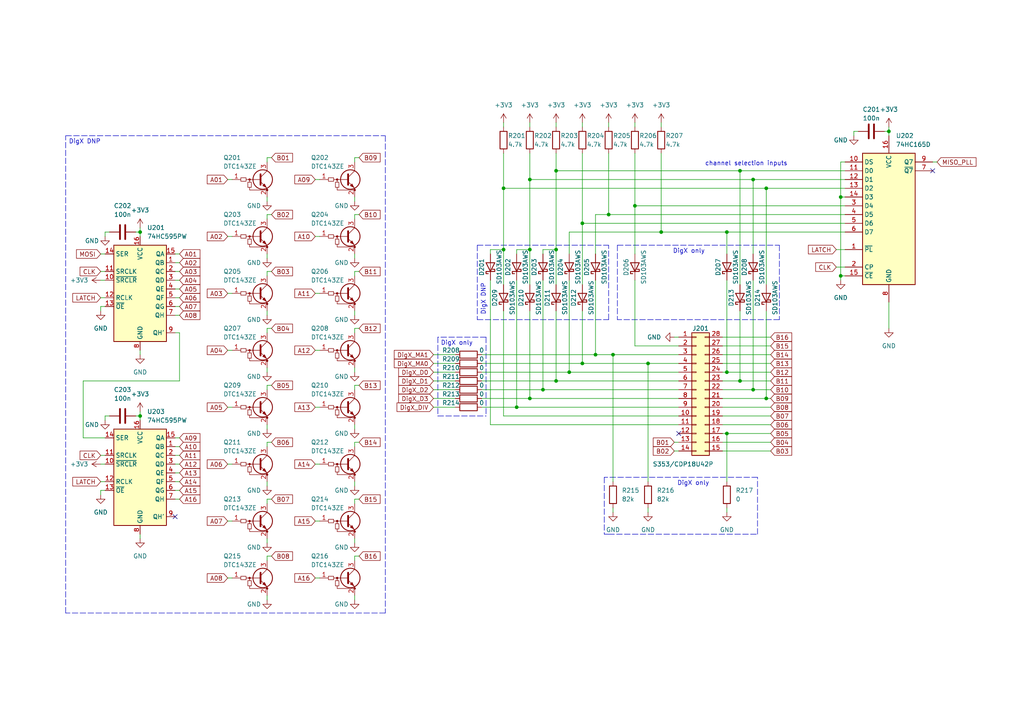
<source format=kicad_sch>
(kicad_sch (version 20211123) (generator eeschema)
  (paper "A4")
  (title_block (title "Bosch KF163 control") (date "2022-01-21") (rev "1") (company "Robin Olejnik") (comment 2 "License: MIT") (comment 3 "www.robinolejnik.com") (comment 4 "https://github.com/robinolejnik/bosch-kf163-control"))
  (junction (at 146.05 72.39))
  (junction (at 153.67 115.57))
  (junction (at 153.67 52.07))
  (junction (at 222.25 54.61))
  (junction (at 161.29 49.53))
  (junction (at 172.72 102.87))
  (junction (at 187.96 105.41))
  (junction (at 210.82 125.73))
  (junction (at 243.84 57.15))
  (junction (at 243.84 80.01))
  (junction (at 214.63 49.53))
  (junction (at 184.15 59.69))
  (junction (at 222.25 115.57))
  (junction (at 149.86 118.11))
  (junction (at 214.63 110.49))
  (junction (at 153.67 72.39))
  (junction (at 161.29 110.49))
  (junction (at 40.64 67.31))
  (junction (at 218.44 113.03))
  (junction (at 176.53 62.23))
  (junction (at 146.05 54.61))
  (junction (at 210.82 67.31))
  (junction (at 40.64 120.65))
  (junction (at 157.48 113.03))
  (junction (at 191.77 67.31))
  (junction (at 168.91 64.77))
  (junction (at 168.91 105.41))
  (junction (at 210.82 107.95))
  (junction (at 257.81 38.1))
  (junction (at 161.29 72.39))
  (junction (at 165.1 107.95))
  (junction (at 218.44 52.07))
  (junction (at 177.8 102.87))
  (no_connect (at 50.8 149.86))
  (no_connect (at 270.51 49.53))
  (no_connect (at 196.85 125.73))
  (wire (pts (xy 214.63 110.49) (xy 223.52 110.49)))
  (wire (pts (xy 222.25 115.57) (xy 222.25 90.17)))
  (wire (pts (xy 77.47 172.72) (xy 77.47 173.99)))
  (polyline (pts (xy 138.43 92.71) (xy 176.53 92.71)))
  (wire (pts (xy 31.75 120.65) (xy 30.48 120.65)))
  (wire (pts (xy 184.15 59.69) (xy 184.15 73.66)))
  (wire (pts (xy 139.7 102.87) (xy 172.72 102.87)))
  (polyline (pts (xy 219.71 154.94) (xy 219.71 138.43)))
  (wire (pts (xy 66.04 101.6) (xy 67.31 101.6)))
  (wire (pts (xy 256.54 38.1) (xy 257.81 38.1)))
  (wire (pts (xy 153.67 90.17) (xy 153.67 115.57)))
  (wire (pts (xy 176.53 35.56) (xy 176.53 36.83)))
  (wire (pts (xy 52.07 134.62) (xy 50.8 134.62)))
  (polyline (pts (xy 140.97 97.79) (xy 127 97.79)))
  (wire (pts (xy 146.05 54.61) (xy 146.05 72.39)))
  (polyline (pts (xy 175.26 138.43) (xy 175.26 154.94)))
  (polyline (pts (xy 19.05 177.8) (xy 19.05 39.37)))
  (wire (pts (xy 102.87 73.66) (xy 102.87 74.93)))
  (wire (pts (xy 168.91 105.41) (xy 187.96 105.41)))
  (wire (pts (xy 77.47 73.66) (xy 77.47 74.93)))
  (wire (pts (xy 125.73 110.49) (xy 132.08 110.49)))
  (wire (pts (xy 52.07 142.24) (xy 50.8 142.24)))
  (wire (pts (xy 102.87 172.72) (xy 102.87 173.99)))
  (wire (pts (xy 222.25 54.61) (xy 222.25 82.55)))
  (wire (pts (xy 222.25 54.61) (xy 245.11 54.61)))
  (wire (pts (xy 31.75 67.31) (xy 30.48 67.31)))
  (wire (pts (xy 157.48 73.66) (xy 157.48 72.39)))
  (wire (pts (xy 52.07 78.74) (xy 50.8 78.74)))
  (wire (pts (xy 161.29 72.39) (xy 161.29 82.55)))
  (wire (pts (xy 91.44 167.64) (xy 92.71 167.64)))
  (wire (pts (xy 40.64 101.6) (xy 40.64 102.87)))
  (wire (pts (xy 139.7 105.41) (xy 168.91 105.41)))
  (wire (pts (xy 66.04 52.07) (xy 67.31 52.07)))
  (wire (pts (xy 77.47 139.7) (xy 77.47 140.97)))
  (wire (pts (xy 52.07 132.08) (xy 50.8 132.08)))
  (wire (pts (xy 165.1 81.28) (xy 165.1 107.95)))
  (wire (pts (xy 77.47 144.78) (xy 77.47 146.05)))
  (polyline (pts (xy 176.53 92.71) (xy 176.53 71.12)))
  (wire (pts (xy 29.21 81.28) (xy 30.48 81.28)))
  (wire (pts (xy 209.55 105.41) (xy 223.52 105.41)))
  (wire (pts (xy 77.47 95.25) (xy 77.47 96.52)))
  (wire (pts (xy 52.07 91.44) (xy 50.8 91.44)))
  (polyline (pts (xy 179.07 71.12) (xy 226.06 71.12)))
  (wire (pts (xy 29.21 88.9) (xy 30.48 88.9)))
  (wire (pts (xy 161.29 110.49) (xy 196.85 110.49)))
  (wire (pts (xy 195.58 128.27) (xy 196.85 128.27)))
  (wire (pts (xy 29.21 78.74) (xy 30.48 78.74)))
  (wire (pts (xy 40.64 66.04) (xy 40.64 67.31)))
  (wire (pts (xy 157.48 113.03) (xy 196.85 113.03)))
  (wire (pts (xy 161.29 35.56) (xy 161.29 36.83)))
  (wire (pts (xy 209.55 100.33) (xy 223.52 100.33)))
  (wire (pts (xy 245.11 80.01) (xy 243.84 80.01)))
  (wire (pts (xy 172.72 62.23) (xy 172.72 73.66)))
  (wire (pts (xy 78.74 95.25) (xy 77.47 95.25)))
  (wire (pts (xy 24.13 127) (xy 24.13 110.49)))
  (wire (pts (xy 242.57 77.47) (xy 245.11 77.47)))
  (wire (pts (xy 142.24 72.39) (xy 142.24 73.66)))
  (wire (pts (xy 104.14 78.74) (xy 102.87 78.74)))
  (wire (pts (xy 210.82 147.32) (xy 210.82 148.59)))
  (wire (pts (xy 77.47 111.76) (xy 77.47 113.03)))
  (wire (pts (xy 78.74 128.27) (xy 77.47 128.27)))
  (wire (pts (xy 104.14 128.27) (xy 102.87 128.27)))
  (wire (pts (xy 29.21 142.24) (xy 29.21 143.51)))
  (wire (pts (xy 102.87 106.68) (xy 102.87 107.95)))
  (wire (pts (xy 30.48 67.31) (xy 30.48 68.58)))
  (wire (pts (xy 153.67 52.07) (xy 153.67 72.39)))
  (wire (pts (xy 161.29 90.17) (xy 161.29 110.49)))
  (wire (pts (xy 102.87 123.19) (xy 102.87 124.46)))
  (polyline (pts (xy 179.07 71.12) (xy 179.07 92.71)))
  (wire (pts (xy 243.84 80.01) (xy 243.84 81.28)))
  (wire (pts (xy 243.84 46.99) (xy 245.11 46.99)))
  (wire (pts (xy 125.73 113.03) (xy 132.08 113.03)))
  (wire (pts (xy 243.84 57.15) (xy 245.11 57.15)))
  (wire (pts (xy 77.47 128.27) (xy 77.47 129.54)))
  (wire (pts (xy 168.91 35.56) (xy 168.91 36.83)))
  (wire (pts (xy 77.47 62.23) (xy 77.47 63.5)))
  (wire (pts (xy 172.72 62.23) (xy 176.53 62.23)))
  (wire (pts (xy 102.87 95.25) (xy 102.87 96.52)))
  (polyline (pts (xy 111.76 39.37) (xy 111.76 177.8)))
  (wire (pts (xy 91.44 118.11) (xy 92.71 118.11)))
  (wire (pts (xy 176.53 62.23) (xy 245.11 62.23)))
  (wire (pts (xy 29.21 139.7) (xy 30.48 139.7)))
  (wire (pts (xy 248.92 38.1) (xy 247.65 38.1)))
  (wire (pts (xy 91.44 68.58) (xy 92.71 68.58)))
  (wire (pts (xy 161.29 44.45) (xy 161.29 49.53)))
  (wire (pts (xy 52.07 144.78) (xy 50.8 144.78)))
  (wire (pts (xy 210.82 125.73) (xy 210.82 139.7)))
  (wire (pts (xy 146.05 120.65) (xy 196.85 120.65)))
  (wire (pts (xy 218.44 52.07) (xy 245.11 52.07)))
  (wire (pts (xy 66.04 118.11) (xy 67.31 118.11)))
  (wire (pts (xy 218.44 113.03) (xy 223.52 113.03)))
  (wire (pts (xy 24.13 110.49) (xy 52.07 110.49)))
  (wire (pts (xy 176.53 44.45) (xy 176.53 62.23)))
  (wire (pts (xy 153.67 52.07) (xy 218.44 52.07)))
  (wire (pts (xy 146.05 90.17) (xy 146.05 120.65)))
  (wire (pts (xy 139.7 110.49) (xy 161.29 110.49)))
  (wire (pts (xy 210.82 107.95) (xy 223.52 107.95)))
  (wire (pts (xy 52.07 73.66) (xy 50.8 73.66)))
  (wire (pts (xy 77.47 90.17) (xy 77.47 91.44)))
  (polyline (pts (xy 138.43 71.12) (xy 138.43 92.71)))
  (wire (pts (xy 168.91 64.77) (xy 245.11 64.77)))
  (wire (pts (xy 184.15 59.69) (xy 245.11 59.69)))
  (wire (pts (xy 187.96 147.32) (xy 187.96 148.59)))
  (wire (pts (xy 257.81 36.83) (xy 257.81 38.1)))
  (wire (pts (xy 52.07 81.28) (xy 50.8 81.28)))
  (wire (pts (xy 209.55 113.03) (xy 218.44 113.03)))
  (wire (pts (xy 209.55 125.73) (xy 210.82 125.73)))
  (wire (pts (xy 104.14 95.25) (xy 102.87 95.25)))
  (wire (pts (xy 195.58 130.81) (xy 196.85 130.81)))
  (wire (pts (xy 210.82 125.73) (xy 223.52 125.73)))
  (wire (pts (xy 52.07 139.7) (xy 50.8 139.7)))
  (wire (pts (xy 214.63 110.49) (xy 214.63 90.17)))
  (wire (pts (xy 102.87 139.7) (xy 102.87 140.97)))
  (wire (pts (xy 153.67 115.57) (xy 196.85 115.57)))
  (wire (pts (xy 50.8 96.52) (xy 52.07 96.52)))
  (wire (pts (xy 139.7 113.03) (xy 157.48 113.03)))
  (wire (pts (xy 172.72 102.87) (xy 172.72 81.28)))
  (wire (pts (xy 66.04 68.58) (xy 67.31 68.58)))
  (wire (pts (xy 139.7 115.57) (xy 153.67 115.57)))
  (wire (pts (xy 165.1 67.31) (xy 165.1 73.66)))
  (polyline (pts (xy 127 97.79) (xy 127 120.65)))
  (wire (pts (xy 29.21 134.62) (xy 30.48 134.62)))
  (wire (pts (xy 52.07 96.52) (xy 52.07 110.49)))
  (wire (pts (xy 40.64 120.65) (xy 40.64 121.92)))
  (wire (pts (xy 191.77 44.45) (xy 191.77 67.31)))
  (wire (pts (xy 165.1 67.31) (xy 191.77 67.31)))
  (wire (pts (xy 146.05 72.39) (xy 142.24 72.39)))
  (wire (pts (xy 52.07 129.54) (xy 50.8 129.54)))
  (wire (pts (xy 209.55 110.49) (xy 214.63 110.49)))
  (wire (pts (xy 24.13 127) (xy 30.48 127)))
  (wire (pts (xy 125.73 102.87) (xy 132.08 102.87)))
  (wire (pts (xy 165.1 107.95) (xy 196.85 107.95)))
  (wire (pts (xy 104.14 62.23) (xy 102.87 62.23)))
  (wire (pts (xy 195.58 97.79) (xy 196.85 97.79)))
  (wire (pts (xy 91.44 101.6) (xy 92.71 101.6)))
  (wire (pts (xy 91.44 134.62) (xy 92.71 134.62)))
  (wire (pts (xy 77.47 78.74) (xy 77.47 80.01)))
  (polyline (pts (xy 138.43 71.12) (xy 176.53 71.12)))
  (wire (pts (xy 210.82 67.31) (xy 210.82 73.66)))
  (wire (pts (xy 187.96 105.41) (xy 196.85 105.41)))
  (wire (pts (xy 102.87 161.29) (xy 102.87 162.56)))
  (wire (pts (xy 52.07 76.2) (xy 50.8 76.2)))
  (wire (pts (xy 91.44 52.07) (xy 92.71 52.07)))
  (wire (pts (xy 271.78 46.99) (xy 270.51 46.99)))
  (wire (pts (xy 77.47 123.19) (xy 77.47 124.46)))
  (polyline (pts (xy 226.06 92.71) (xy 179.07 92.71)))
  (polyline (pts (xy 226.06 71.12) (xy 226.06 92.71)))
  (wire (pts (xy 52.07 83.82) (xy 50.8 83.82)))
  (wire (pts (xy 77.47 45.72) (xy 77.47 46.99)))
  (wire (pts (xy 177.8 102.87) (xy 196.85 102.87)))
  (wire (pts (xy 66.04 134.62) (xy 67.31 134.62)))
  (wire (pts (xy 149.86 72.39) (xy 153.67 72.39)))
  (wire (pts (xy 77.47 156.21) (xy 77.47 157.48)))
  (wire (pts (xy 172.72 102.87) (xy 177.8 102.87)))
  (polyline (pts (xy 175.26 154.94) (xy 176.53 154.94)))
  (wire (pts (xy 209.55 123.19) (xy 223.52 123.19)))
  (wire (pts (xy 209.55 130.81) (xy 223.52 130.81)))
  (polyline (pts (xy 140.97 97.79) (xy 140.97 120.65)))
  (polyline (pts (xy 111.76 177.8) (xy 19.05 177.8)))
  (wire (pts (xy 29.21 88.9) (xy 29.21 90.17)))
  (wire (pts (xy 242.57 72.39) (xy 245.11 72.39)))
  (wire (pts (xy 187.96 105.41) (xy 187.96 139.7)))
  (wire (pts (xy 142.24 123.19) (xy 142.24 81.28)))
  (wire (pts (xy 78.74 144.78) (xy 77.47 144.78)))
  (wire (pts (xy 102.87 144.78) (xy 102.87 146.05)))
  (wire (pts (xy 214.63 49.53) (xy 245.11 49.53)))
  (wire (pts (xy 40.64 154.94) (xy 40.64 156.21)))
  (wire (pts (xy 161.29 49.53) (xy 214.63 49.53)))
  (wire (pts (xy 184.15 35.56) (xy 184.15 36.83)))
  (wire (pts (xy 77.47 106.68) (xy 77.47 107.95)))
  (wire (pts (xy 257.81 38.1) (xy 257.81 39.37)))
  (wire (pts (xy 29.21 86.36) (xy 30.48 86.36)))
  (wire (pts (xy 184.15 44.45) (xy 184.15 59.69)))
  (wire (pts (xy 184.15 100.33) (xy 184.15 81.28)))
  (wire (pts (xy 125.73 115.57) (xy 132.08 115.57)))
  (wire (pts (xy 149.86 73.66) (xy 149.86 72.39)))
  (wire (pts (xy 146.05 35.56) (xy 146.05 36.83)))
  (wire (pts (xy 125.73 118.11) (xy 132.08 118.11)))
  (wire (pts (xy 218.44 52.07) (xy 218.44 73.66)))
  (wire (pts (xy 243.84 57.15) (xy 243.84 80.01)))
  (wire (pts (xy 146.05 82.55) (xy 146.05 72.39)))
  (wire (pts (xy 102.87 45.72) (xy 102.87 46.99)))
  (wire (pts (xy 78.74 111.76) (xy 77.47 111.76)))
  (wire (pts (xy 52.07 137.16) (xy 50.8 137.16)))
  (wire (pts (xy 157.48 81.28) (xy 157.48 113.03)))
  (wire (pts (xy 40.64 119.38) (xy 40.64 120.65)))
  (wire (pts (xy 222.25 115.57) (xy 223.52 115.57)))
  (wire (pts (xy 191.77 35.56) (xy 191.77 36.83)))
  (wire (pts (xy 210.82 67.31) (xy 245.11 67.31)))
  (wire (pts (xy 39.37 67.31) (xy 40.64 67.31)))
  (wire (pts (xy 210.82 107.95) (xy 210.82 81.28)))
  (wire (pts (xy 66.04 151.13) (xy 67.31 151.13)))
  (wire (pts (xy 209.55 115.57) (xy 222.25 115.57)))
  (wire (pts (xy 29.21 132.08) (xy 30.48 132.08)))
  (wire (pts (xy 52.07 127) (xy 50.8 127)))
  (wire (pts (xy 125.73 105.41) (xy 132.08 105.41)))
  (polyline (pts (xy 127 120.65) (xy 140.97 120.65)))
  (wire (pts (xy 168.91 44.45) (xy 168.91 64.77)))
  (wire (pts (xy 153.67 35.56) (xy 153.67 36.83)))
  (wire (pts (xy 91.44 85.09) (xy 92.71 85.09)))
  (wire (pts (xy 29.21 142.24) (xy 30.48 142.24)))
  (polyline (pts (xy 176.53 154.94) (xy 219.71 154.94)))
  (polyline (pts (xy 19.05 39.37) (xy 111.76 39.37)))
  (polyline (pts (xy 219.71 138.43) (xy 175.26 138.43)))
  (wire (pts (xy 149.86 81.28) (xy 149.86 118.11)))
  (wire (pts (xy 29.21 73.66) (xy 30.48 73.66)))
  (wire (pts (xy 78.74 78.74) (xy 77.47 78.74)))
  (wire (pts (xy 77.47 57.15) (xy 77.47 58.42)))
  (wire (pts (xy 40.64 67.31) (xy 40.64 68.58)))
  (wire (pts (xy 191.77 67.31) (xy 210.82 67.31)))
  (wire (pts (xy 102.87 62.23) (xy 102.87 63.5)))
  (wire (pts (xy 102.87 128.27) (xy 102.87 129.54)))
  (wire (pts (xy 125.73 107.95) (xy 132.08 107.95)))
  (wire (pts (xy 146.05 44.45) (xy 146.05 54.61)))
  (wire (pts (xy 104.14 45.72) (xy 102.87 45.72)))
  (wire (pts (xy 139.7 107.95) (xy 165.1 107.95)))
  (wire (pts (xy 104.14 161.29) (xy 102.87 161.29)))
  (wire (pts (xy 78.74 45.72) (xy 77.47 45.72)))
  (wire (pts (xy 102.87 57.15) (xy 102.87 58.42)))
  (wire (pts (xy 153.67 44.45) (xy 153.67 52.07)))
  (wire (pts (xy 78.74 161.29) (xy 77.47 161.29)))
  (wire (pts (xy 257.81 95.25) (xy 257.81 87.63)))
  (wire (pts (xy 102.87 78.74) (xy 102.87 80.01)))
  (wire (pts (xy 157.48 72.39) (xy 161.29 72.39)))
  (wire (pts (xy 214.63 49.53) (xy 214.63 82.55)))
  (wire (pts (xy 168.91 90.17) (xy 168.91 105.41)))
  (wire (pts (xy 39.37 120.65) (xy 40.64 120.65)))
  (wire (pts (xy 209.55 107.95) (xy 210.82 107.95)))
  (wire (pts (xy 243.84 46.99) (xy 243.84 57.15)))
  (wire (pts (xy 196.85 100.33) (xy 184.15 100.33)))
  (wire (pts (xy 218.44 113.03) (xy 218.44 81.28)))
  (wire (pts (xy 177.8 147.32) (xy 177.8 148.59)))
  (wire (pts (xy 177.8 102.87) (xy 177.8 139.7)))
  (wire (pts (xy 66.04 167.64) (xy 67.31 167.64)))
  (wire (pts (xy 209.55 118.11) (xy 223.52 118.11)))
  (wire (pts (xy 153.67 72.39) (xy 153.67 82.55)))
  (wire (pts (xy 102.87 90.17) (xy 102.87 91.44)))
  (wire (pts (xy 142.24 123.19) (xy 196.85 123.19)))
  (wire (pts (xy 139.7 118.11) (xy 149.86 118.11)))
  (wire (pts (xy 77.47 161.29) (xy 77.47 162.56)))
  (wire (pts (xy 247.65 38.1) (xy 247.65 39.37)))
  (wire (pts (xy 66.04 85.09) (xy 67.31 85.09)))
  (wire (pts (xy 102.87 111.76) (xy 102.87 113.03)))
  (wire (pts (xy 168.91 64.77) (xy 168.91 82.55)))
  (wire (pts (xy 161.29 49.53) (xy 161.29 72.39)))
  (wire (pts (xy 149.86 118.11) (xy 196.85 118.11)))
  (wire (pts (xy 146.05 54.61) (xy 222.25 54.61)))
  (wire (pts (xy 102.87 156.21) (xy 102.87 157.48)))
  (wire (pts (xy 104.14 111.76) (xy 102.87 111.76)))
  (wire (pts (xy 78.74 62.23) (xy 77.47 62.23)))
  (wire (pts (xy 52.07 86.36) (xy 50.8 86.36)))
  (wire (pts (xy 104.14 144.78) (xy 102.87 144.78)))
  (wire (pts (xy 209.55 120.65) (xy 223.52 120.65)))
  (wire (pts (xy 91.44 151.13) (xy 92.71 151.13)))
  (wire (pts (xy 209.55 102.87) (xy 223.52 102.87)))
  (wire (pts (xy 209.55 97.79) (xy 223.52 97.79)))
  (wire (pts (xy 30.48 120.65) (xy 30.48 121.92)))
  (wire (pts (xy 209.55 128.27) (xy 223.52 128.27)))
  (wire (pts (xy 52.07 88.9) (xy 50.8 88.9)))
  (text "DigX only" (at 204.47 73.66 180) (effects (font (size 1.27 1.27)) (justify right bottom)))
  (text "DigX only" (at 137.16 100.33 180) (effects (font (size 1.27 1.27)) (justify right bottom)))
  (text "DigX only" (at 205.74 140.97 180) (effects (font (size 1.27 1.27)) (justify right bottom)))
  (text "DigX DNP" (at 29.21 41.91 180) (effects (font (size 1.27 1.27)) (justify right bottom)))
  (text "DigX DNP" (at 140.97 91.44 90) (effects (font (size 1.27 1.27)) (justify left bottom)))
  (text "channel selection inputs" (at 204.47 48.26 0) (effects (font (size 1.27 1.27)) (justify left bottom)))
  (global_label "B12" (shape input) (at 223.52 107.95 0) (property "Intersheet References" "${INTERSHEET_REFS}" (effects hide)))
  (global_label "B08" (shape input) (at 78.74 161.29 0) (property "Intersheet References" "${INTERSHEET_REFS}" (effects hide)))
  (global_label "DigX_D1" (shape input) (at 125.73 110.49 180) (property "Intersheet References" "${INTERSHEET_REFS}" (effects hide)))
  (global_label "A16" (shape input) (at 52.07 144.78 0) (property "Intersheet References" "${INTERSHEET_REFS}" (effects hide)))
  (global_label "B07" (shape input) (at 223.52 120.65 0) (property "Intersheet References" "${INTERSHEET_REFS}" (effects hide)))
  (global_label "B13" (shape input) (at 223.52 105.41 0) (property "Intersheet References" "${INTERSHEET_REFS}" (effects hide)))
  (global_label "A04" (shape input) (at 52.07 81.28 0) (property "Intersheet References" "${INTERSHEET_REFS}" (effects hide)))
  (global_label "DigX_D2" (shape input) (at 125.73 113.03 180) (property "Intersheet References" "${INTERSHEET_REFS}" (effects hide)))
  (global_label "A11" (shape input) (at 91.44 85.09 180) (property "Intersheet References" "${INTERSHEET_REFS}" (effects hide)))
  (global_label "B14" (shape input) (at 223.52 102.87 0) (property "Intersheet References" "${INTERSHEET_REFS}" (effects hide)))
  (global_label "A14" (shape input) (at 52.07 139.7 0) (property "Intersheet References" "${INTERSHEET_REFS}" (effects hide)))
  (global_label "A02" (shape input) (at 52.07 76.2 0) (property "Intersheet References" "${INTERSHEET_REFS}" (effects hide)))
  (global_label "A15" (shape input) (at 91.44 151.13 180) (property "Intersheet References" "${INTERSHEET_REFS}" (effects hide)))
  (global_label "A03" (shape input) (at 66.04 85.09 180) (property "Intersheet References" "${INTERSHEET_REFS}" (effects hide)))
  (global_label "MISO_PLL" (shape input) (at 271.78 46.99 0) (property "Intersheet References" "${INTERSHEET_REFS}" (effects hide)))
  (global_label "A12" (shape input) (at 52.07 134.62 0) (property "Intersheet References" "${INTERSHEET_REFS}" (effects hide)))
  (global_label "B11" (shape input) (at 223.52 110.49 0) (property "Intersheet References" "${INTERSHEET_REFS}" (effects hide)))
  (global_label "B13" (shape input) (at 104.14 111.76 0) (property "Intersheet References" "${INTERSHEET_REFS}" (effects hide)))
  (global_label "LATCH" (shape input) (at 242.57 72.39 180) (property "Intersheet References" "${INTERSHEET_REFS}" (effects hide)))
  (global_label "B10" (shape input) (at 223.52 113.03 0) (property "Intersheet References" "${INTERSHEET_REFS}" (effects hide)))
  (global_label "B12" (shape input) (at 104.14 95.25 0) (property "Intersheet References" "${INTERSHEET_REFS}" (effects hide)))
  (global_label "LATCH" (shape input) (at 29.21 86.36 180) (property "Intersheet References" "${INTERSHEET_REFS}" (effects hide)))
  (global_label "B14" (shape input) (at 104.14 128.27 0) (property "Intersheet References" "${INTERSHEET_REFS}" (effects hide)))
  (global_label "CLK" (shape input) (at 242.57 77.47 180) (property "Intersheet References" "${INTERSHEET_REFS}" (effects hide)))
  (global_label "CLK" (shape input) (at 29.21 78.74 180) (property "Intersheet References" "${INTERSHEET_REFS}" (effects hide)))
  (global_label "A01" (shape input) (at 52.07 73.66 0) (property "Intersheet References" "${INTERSHEET_REFS}" (effects hide)))
  (global_label "A10" (shape input) (at 91.44 68.58 180) (property "Intersheet References" "${INTERSHEET_REFS}" (effects hide)))
  (global_label "B01" (shape input) (at 195.58 128.27 180) (property "Intersheet References" "${INTERSHEET_REFS}" (effects hide)))
  (global_label "A16" (shape input) (at 91.44 167.64 180) (property "Intersheet References" "${INTERSHEET_REFS}" (effects hide)))
  (global_label "DigX_MA1" (shape input) (at 125.73 102.87 180) (property "Intersheet References" "${INTERSHEET_REFS}" (effects hide)))
  (global_label "A08" (shape input) (at 66.04 167.64 180) (property "Intersheet References" "${INTERSHEET_REFS}" (effects hide)))
  (global_label "B03" (shape input) (at 223.52 130.81 0) (property "Intersheet References" "${INTERSHEET_REFS}" (effects hide)))
  (global_label "A10" (shape input) (at 52.07 129.54 0) (property "Intersheet References" "${INTERSHEET_REFS}" (effects hide)))
  (global_label "A06" (shape input) (at 52.07 86.36 0) (property "Intersheet References" "${INTERSHEET_REFS}" (effects hide)))
  (global_label "A13" (shape input) (at 52.07 137.16 0) (property "Intersheet References" "${INTERSHEET_REFS}" (effects hide)))
  (global_label "DigX_D3" (shape input) (at 125.73 115.57 180) (property "Intersheet References" "${INTERSHEET_REFS}" (effects hide)))
  (global_label "CLK" (shape input) (at 29.21 132.08 180) (property "Intersheet References" "${INTERSHEET_REFS}" (effects hide)))
  (global_label "B07" (shape input) (at 78.74 144.78 0) (property "Intersheet References" "${INTERSHEET_REFS}" (effects hide)))
  (global_label "A03" (shape input) (at 52.07 78.74 0) (property "Intersheet References" "${INTERSHEET_REFS}" (effects hide)))
  (global_label "B16" (shape input) (at 223.52 97.79 0) (property "Intersheet References" "${INTERSHEET_REFS}" (effects hide)))
  (global_label "A07" (shape input) (at 52.07 88.9 0) (property "Intersheet References" "${INTERSHEET_REFS}" (effects hide)))
  (global_label "B09" (shape input) (at 223.52 115.57 0) (property "Intersheet References" "${INTERSHEET_REFS}" (effects hide)))
  (global_label "B10" (shape input) (at 104.14 62.23 0) (property "Intersheet References" "${INTERSHEET_REFS}" (effects hide)))
  (global_label "A04" (shape input) (at 66.04 101.6 180) (property "Intersheet References" "${INTERSHEET_REFS}" (effects hide)))
  (global_label "A08" (shape input) (at 52.07 91.44 0) (property "Intersheet References" "${INTERSHEET_REFS}" (effects hide)))
  (global_label "B02" (shape input) (at 195.58 130.81 180) (property "Intersheet References" "${INTERSHEET_REFS}" (effects hide)))
  (global_label "A12" (shape input) (at 91.44 101.6 180) (property "Intersheet References" "${INTERSHEET_REFS}" (effects hide)))
  (global_label "A11" (shape input) (at 52.07 132.08 0) (property "Intersheet References" "${INTERSHEET_REFS}" (effects hide)))
  (global_label "B06" (shape input) (at 78.74 128.27 0) (property "Intersheet References" "${INTERSHEET_REFS}" (effects hide)))
  (global_label "B03" (shape input) (at 78.74 78.74 0) (property "Intersheet References" "${INTERSHEET_REFS}" (effects hide)))
  (global_label "B01" (shape input) (at 78.74 45.72 0) (property "Intersheet References" "${INTERSHEET_REFS}" (effects hide)))
  (global_label "B05" (shape input) (at 78.74 111.76 0) (property "Intersheet References" "${INTERSHEET_REFS}" (effects hide)))
  (global_label "LATCH" (shape input) (at 29.21 139.7 180) (property "Intersheet References" "${INTERSHEET_REFS}" (effects hide)))
  (global_label "B02" (shape input) (at 78.74 62.23 0) (property "Intersheet References" "${INTERSHEET_REFS}" (effects hide)))
  (global_label "A02" (shape input) (at 66.04 68.58 180) (property "Intersheet References" "${INTERSHEET_REFS}" (effects hide)))
  (global_label "B04" (shape input) (at 78.74 95.25 0) (property "Intersheet References" "${INTERSHEET_REFS}" (effects hide)))
  (global_label "DigX_D0" (shape input) (at 125.73 107.95 180) (property "Intersheet References" "${INTERSHEET_REFS}" (effects hide)))
  (global_label "A14" (shape input) (at 91.44 134.62 180) (property "Intersheet References" "${INTERSHEET_REFS}" (effects hide)))
  (global_label "DigX_MA0" (shape input) (at 125.73 105.41 180) (property "Intersheet References" "${INTERSHEET_REFS}" (effects hide)))
  (global_label "A09" (shape input) (at 91.44 52.07 180) (property "Intersheet References" "${INTERSHEET_REFS}" (effects hide)))
  (global_label "A13" (shape input) (at 91.44 118.11 180) (property "Intersheet References" "${INTERSHEET_REFS}" (effects hide)))
  (global_label "B08" (shape input) (at 223.52 118.11 0) (property "Intersheet References" "${INTERSHEET_REFS}" (effects hide)))
  (global_label "A15" (shape input) (at 52.07 142.24 0) (property "Intersheet References" "${INTERSHEET_REFS}" (effects hide)))
  (global_label "A05" (shape input) (at 52.07 83.82 0) (property "Intersheet References" "${INTERSHEET_REFS}" (effects hide)))
  (global_label "B09" (shape input) (at 104.14 45.72 0) (property "Intersheet References" "${INTERSHEET_REFS}" (effects hide)))
  (global_label "A07" (shape input) (at 66.04 151.13 180) (property "Intersheet References" "${INTERSHEET_REFS}" (effects hide)))
  (global_label "B16" (shape input) (at 104.14 161.29 0) (property "Intersheet References" "${INTERSHEET_REFS}" (effects hide)))
  (global_label "A05" (shape input) (at 66.04 118.11 180) (property "Intersheet References" "${INTERSHEET_REFS}" (effects hide)))
  (global_label "A09" (shape input) (at 52.07 127 0) (property "Intersheet References" "${INTERSHEET_REFS}" (effects hide)))
  (global_label "B15" (shape input) (at 104.14 144.78 0) (property "Intersheet References" "${INTERSHEET_REFS}" (effects hide)))
  (global_label "DigX_DIV" (shape input) (at 125.73 118.11 180) (property "Intersheet References" "${INTERSHEET_REFS}" (effects hide)))
  (global_label "A06" (shape input) (at 66.04 134.62 180) (property "Intersheet References" "${INTERSHEET_REFS}" (effects hide)))
  (global_label "A01" (shape input) (at 66.04 52.07 180) (property "Intersheet References" "${INTERSHEET_REFS}" (effects hide)))
  (global_label "B06" (shape input) (at 223.52 123.19 0) (property "Intersheet References" "${INTERSHEET_REFS}" (effects hide)))
  (global_label "MOSI" (shape input) (at 29.21 73.66 180) (property "Intersheet References" "${INTERSHEET_REFS}" (effects hide)))
  (global_label "B04" (shape input) (at 223.52 128.27 0) (property "Intersheet References" "${INTERSHEET_REFS}" (effects hide)))
  (global_label "B11" (shape input) (at 104.14 78.74 0) (property "Intersheet References" "${INTERSHEET_REFS}" (effects hide)))
  (global_label "B05" (shape input) (at 223.52 125.73 0) (property "Intersheet References" "${INTERSHEET_REFS}" (effects hide)))
  (global_label "B15" (shape input) (at 223.52 100.33 0) (property "Intersheet References" "${INTERSHEET_REFS}" (effects hide)))
  (symbol (lib_id "Device:Q_NPN_BEC_BRT") (at 76.2 52.07 0) (unit 1)
    (property "Reference" "Q201" (at 64.77 45.72 0) (effects (justify left)))
    (property "Value" "DTC143ZE" (at 64.77 48.26 0) (effects (justify left)))
    (property "Footprint" "Package_TO_SOT_SMD:SOT-523" (effects hide))
    (property "Datasheet" "https://datasheet.lcsc.com/lcsc/1811071607_Tak-Cheong-DTC143ZE_C248787.pdf" (effects hide))
    (property "LCSC" "C248787" (effects hide))
    (property "variant" "Diode" (effects hide))
  )
  (symbol (lib_id "power:+3.3V") (at 153.67 35.56 0) (unit 1)
    (property "Reference" "#PWR0202" (effects hide))
    (property "Value" "+3.3V" (at 153.67 30.48 0))
  )
  (symbol (lib_id "Device:Q_NPN_BEC_BRT") (at 101.6 134.62 0) (unit 1)
    (property "Reference" "Q212" (at 90.17 128.27 0) (effects (justify left)))
    (property "Value" "DTC143ZE" (at 90.17 130.81 0) (effects (justify left)))
    (property "Footprint" "Package_TO_SOT_SMD:SOT-523" (effects hide))
    (property "Datasheet" "https://datasheet.lcsc.com/lcsc/1811071607_Tak-Cheong-DTC143ZE_C248787.pdf" (effects hide))
    (property "LCSC" "C248787" (effects hide))
    (property "variant" "Diode" (effects hide))
  )
  (symbol (lib_id "power:GND") (at 257.81 95.25 0) (unit 1)
    (property "Reference" "#PWR0221" (effects hide))
    (property "Value" "GND" (at 257.81 100.33 0))
  )
  (symbol (lib_id "Device:R") (at 135.89 105.41 270) (unit 1)
    (property "Reference" "R209" (at 130.81 104.14 90))
    (property "Value" "0" (at 139.7 104.14 90))
    (property "Footprint" "Resistor_SMD:R_0603_1608Metric" (effects hide))
    (property "LCSC" "C100044" (effects hide))
    (property "variant" "ControlHead-DigX" (effects hide))
  )
  (symbol (lib_id "power:GND") (at 102.87 173.99 0) (unit 1)
    (property "Reference" "#PWR0241" (effects hide))
    (property "Value" "GND" (at 99.06 175.26 0))
  )
  (symbol (lib_id "power:GND") (at 29.21 90.17 0) (unit 1)
    (property "Reference" "#PWR0218" (effects hide))
    (property "Value" "GND" (at 29.21 95.25 0))
  )
  (symbol (lib_id "Device:R") (at 184.15 40.64 0) (unit 1)
    (property "Reference" "R206" (at 185.42 39.37 0) (effects (justify left)))
    (property "Value" "4.7k" (at 185.42 41.91 0) (effects (justify left)))
    (property "Footprint" "Resistor_SMD:R_0603_1608Metric" (effects hide))
    (property "LCSC" "C105428" (effects hide))
    (property "variant" "ControlHead" (effects hide))
  )
  (symbol (lib_id "Device:R") (at 187.96 143.51 0) (unit 1)
    (property "Reference" "R216" (at 190.5 142.2399 0) (effects (justify left)))
    (property "Value" "82k" (at 190.5 144.7799 0) (effects (justify left)))
    (property "Footprint" "Resistor_SMD:R_0603_1608Metric" (effects hide))
    (property "LCSC" "C103831" (effects hide))
    (property "variant" "ControlHead-DigX" (effects hide))
  )
  (symbol (lib_id "Device:Q_NPN_BEC_BRT") (at 101.6 118.11 0) (unit 1)
    (property "Reference" "Q210" (at 90.17 111.76 0) (effects (justify left)))
    (property "Value" "DTC143ZE" (at 90.17 114.3 0) (effects (justify left)))
    (property "Footprint" "Package_TO_SOT_SMD:SOT-523" (effects hide))
    (property "Datasheet" "https://datasheet.lcsc.com/lcsc/1811071607_Tak-Cheong-DTC143ZE_C248787.pdf" (effects hide))
    (property "LCSC" "C248787" (effects hide))
    (property "variant" "Diode" (effects hide))
  )
  (symbol (lib_id "power:GND") (at 77.47 173.99 0) (unit 1)
    (property "Reference" "#PWR0240" (effects hide))
    (property "Value" "GND" (at 73.66 175.26 0))
  )
  (symbol (lib_id "Device:Q_NPN_BEC_BRT") (at 76.2 85.09 0) (unit 1)
    (property "Reference" "Q205" (at 64.77 78.74 0) (effects (justify left)))
    (property "Value" "DTC143ZE" (at 64.77 81.28 0) (effects (justify left)))
    (property "Footprint" "Package_TO_SOT_SMD:SOT-523" (effects hide))
    (property "Datasheet" "https://datasheet.lcsc.com/lcsc/1811071607_Tak-Cheong-DTC143ZE_C248787.pdf" (effects hide))
    (property "LCSC" "C248787" (effects hide))
    (property "variant" "Diode" (effects hide))
  )
  (symbol (lib_id "power:GND") (at 30.48 121.92 0) (unit 1)
    (property "Reference" "#PWR0227" (effects hide))
    (property "Value" "GND" (at 26.67 123.19 0))
  )
  (symbol (lib_id "power:GND") (at 77.47 124.46 0) (unit 1)
    (property "Reference" "#PWR0228" (effects hide))
    (property "Value" "GND" (at 73.66 125.73 0))
  )
  (symbol (lib_id "power:+3.3V") (at 40.64 119.38 0) (unit 1)
    (property "Reference" "#PWR0226" (effects hide))
    (property "Value" "+3.3V" (at 40.64 114.3 0))
  )
  (symbol (lib_id "Device:R") (at 168.91 40.64 0) (unit 1)
    (property "Reference" "R204" (at 170.18 39.37 0) (effects (justify left)))
    (property "Value" "4.7k" (at 170.18 41.91 0) (effects (justify left)))
    (property "Footprint" "Resistor_SMD:R_0603_1608Metric" (effects hide))
    (property "LCSC" "C105428" (effects hide))
    (property "variant" "ControlHead" (effects hide))
  )
  (symbol (lib_id "Device:C") (at 252.73 38.1 90) (unit 1)
    (property "Reference" "C201" (at 252.73 31.75 90))
    (property "Value" "100n" (at 252.73 34.29 90))
    (property "Footprint" "Capacitor_SMD:C_0603_1608Metric" (effects hide))
    (property "LCSC" "C14663" (effects hide))
    (property "variant" "ControlHead" (effects hide))
  )
  (symbol (lib_id "Device:R") (at 135.89 102.87 270) (unit 1)
    (property "Reference" "R208" (at 130.81 101.6 90))
    (property "Value" "0" (at 139.7 101.6 90))
    (property "Footprint" "Resistor_SMD:R_0603_1608Metric" (effects hide))
    (property "LCSC" "C100044" (effects hide))
    (property "variant" "ControlHead-DigX" (effects hide))
  )
  (symbol (lib_id "Device:Q_NPN_BEC_BRT") (at 101.6 151.13 0) (unit 1)
    (property "Reference" "Q214" (at 90.17 144.78 0) (effects (justify left)))
    (property "Value" "DTC143ZE" (at 90.17 147.32 0) (effects (justify left)))
    (property "Footprint" "Package_TO_SOT_SMD:SOT-523" (effects hide))
    (property "Datasheet" "https://datasheet.lcsc.com/lcsc/1811071607_Tak-Cheong-DTC143ZE_C248787.pdf" (effects hide))
    (property "LCSC" "C248787" (effects hide))
    (property "variant" "Diode" (effects hide))
  )
  (symbol (lib_id "Device:D_Schottky") (at 210.82 77.47 90) (unit 1)
    (property "Reference" "D207" (at 208.28 74.93 0) (effects (justify right)))
    (property "Value" "SD103AWS" (at 213.36 77.47 0))
    (property "Footprint" "Diode_SMD:D_SOD-323" (effects hide))
    (property "Datasheet" "https://datasheet.lcsc.com/lcsc/1912111437_Shandong-Jingdao-Microelectronics-SD103AWS_C438010.pdf" (effects hide))
    (property "LCSC" "C438010" (effects hide))
    (property "variant" "ControlHead-DigX" (effects hide))
  )
  (symbol (lib_id "Device:D_Schottky") (at 172.72 77.47 90) (unit 1)
    (property "Reference" "D205" (at 170.18 74.93 0) (effects (justify right)))
    (property "Value" "SD103AWS" (at 175.26 77.47 0))
    (property "Footprint" "Diode_SMD:D_SOD-323" (effects hide))
    (property "Datasheet" "https://datasheet.lcsc.com/lcsc/1912111437_Shandong-Jingdao-Microelectronics-SD103AWS_C438010.pdf" (effects hide))
    (property "LCSC" "C438010" (effects hide))
    (property "variant" "ControlHead-Diode" (effects hide))
  )
  (symbol (lib_id "power:GND") (at 77.47 140.97 0) (unit 1)
    (property "Reference" "#PWR0231" (effects hide))
    (property "Value" "GND" (at 73.66 142.24 0))
  )
  (symbol (lib_id "Device:D_Schottky") (at 146.05 86.36 90) (unit 1)
    (property "Reference" "D209" (at 143.51 83.82 0) (effects (justify right)))
    (property "Value" "SD103AWS" (at 148.59 86.36 0))
    (property "Footprint" "Diode_SMD:D_SOD-323" (effects hide))
    (property "Datasheet" "https://datasheet.lcsc.com/lcsc/1912111437_Shandong-Jingdao-Microelectronics-SD103AWS_C438010.pdf" (effects hide))
    (property "LCSC" "C438010" (effects hide))
    (property "variant" "ControlHead-Diode" (effects hide))
  )
  (symbol (lib_id "Connector_Generic:Conn_02x14_Counter_Clockwise") (at 201.93 113.03 0) (unit 1)
    (property "Reference" "J201" (at 203.2 95.25 0))
    (property "Value" "S353/CDP18U42P" (at 198.12 134.62 0))
    (property "Footprint" "Package_DIP:DIP-28_W15.24mm_Socket_LongPads" (effects hide))
    (property "Datasheet" "https://datasheet.lcsc.com/lcsc/2004101131_XFCN-MH254V-11-40-1196_C510960.pdf" (effects hide))
    (property "LCSC" "C510960" (effects hide))
    (property "variant" "Base" (effects hide))
  )
  (symbol (lib_id "Device:R") (at 153.67 40.64 0) (unit 1)
    (property "Reference" "R202" (at 154.94 39.37 0) (effects (justify left)))
    (property "Value" "4.7k" (at 154.94 41.91 0) (effects (justify left)))
    (property "Footprint" "Resistor_SMD:R_0603_1608Metric" (effects hide))
    (property "LCSC" "C105428" (effects hide))
    (property "variant" "ControlHead" (effects hide))
  )
  (symbol (lib_id "Device:R") (at 161.29 40.64 0) (unit 1)
    (property "Reference" "R203" (at 162.56 39.37 0) (effects (justify left)))
    (property "Value" "4.7k" (at 162.56 41.91 0) (effects (justify left)))
    (property "Footprint" "Resistor_SMD:R_0603_1608Metric" (effects hide))
    (property "LCSC" "C105428" (effects hide))
    (property "variant" "ControlHead" (effects hide))
  )
  (symbol (lib_id "power:GND") (at 40.64 102.87 0) (unit 1)
    (property "Reference" "#PWR0223" (effects hide))
    (property "Value" "GND" (at 40.64 107.95 0))
  )
  (symbol (lib_id "Device:R") (at 176.53 40.64 0) (unit 1)
    (property "Reference" "R205" (at 177.8 39.37 0) (effects (justify left)))
    (property "Value" "4.7k" (at 177.8 41.91 0) (effects (justify left)))
    (property "Footprint" "Resistor_SMD:R_0603_1608Metric" (effects hide))
    (property "LCSC" "C105428" (effects hide))
    (property "variant" "ControlHead" (effects hide))
  )
  (symbol (lib_id "power:GND") (at 243.84 81.28 0) (unit 1)
    (property "Reference" "#PWR0217" (effects hide))
    (property "Value" "GND" (at 243.84 86.36 0))
  )
  (symbol (lib_id "power:GND") (at 30.48 68.58 0) (unit 1)
    (property "Reference" "#PWR0213" (effects hide))
    (property "Value" "GND" (at 26.67 69.85 0))
  )
  (symbol (lib_id "power:GND") (at 77.47 107.95 0) (unit 1)
    (property "Reference" "#PWR0224" (effects hide))
    (property "Value" "GND" (at 73.66 109.22 0))
  )
  (symbol (lib_id "Device:R") (at 191.77 40.64 0) (unit 1)
    (property "Reference" "R207" (at 193.04 39.37 0) (effects (justify left)))
    (property "Value" "4.7k" (at 193.04 41.91 0) (effects (justify left)))
    (property "Footprint" "Resistor_SMD:R_0603_1608Metric" (effects hide))
    (property "LCSC" "C105428" (effects hide))
    (property "variant" "ControlHead" (effects hide))
  )
  (symbol (lib_id "Device:R") (at 135.89 113.03 270) (unit 1)
    (property "Reference" "R212" (at 130.81 111.76 90))
    (property "Value" "0" (at 139.7 111.76 90))
    (property "Footprint" "Resistor_SMD:R_0603_1608Metric" (effects hide))
    (property "LCSC" "C100044" (effects hide))
    (property "variant" "ControlHead-DigX" (effects hide))
  )
  (symbol (lib_id "Device:R") (at 135.89 107.95 270) (unit 1)
    (property "Reference" "R210" (at 130.81 106.68 90))
    (property "Value" "0" (at 139.7 106.68 90))
    (property "Footprint" "Resistor_SMD:R_0603_1608Metric" (effects hide))
    (property "LCSC" "C100044" (effects hide))
    (property "variant" "ControlHead-DigX" (effects hide))
  )
  (symbol (lib_id "power:GND") (at 29.21 143.51 0) (unit 1)
    (property "Reference" "#PWR0233" (effects hide))
    (property "Value" "GND" (at 29.21 148.59 0))
  )
  (symbol (lib_id "Device:C") (at 35.56 120.65 90) (unit 1)
    (property "Reference" "C203" (at 35.56 113.03 90))
    (property "Value" "100n" (at 35.56 115.57 90))
    (property "Footprint" "Capacitor_SMD:C_0603_1608Metric" (effects hide))
    (property "LCSC" "C14663" (effects hide))
    (property "variant" "Diode" (effects hide))
  )
  (symbol (lib_id "Device:Q_NPN_BEC_BRT") (at 76.2 167.64 0) (unit 1)
    (property "Reference" "Q215" (at 64.77 161.29 0) (effects (justify left)))
    (property "Value" "DTC143ZE" (at 64.77 163.83 0) (effects (justify left)))
    (property "Footprint" "Package_TO_SOT_SMD:SOT-523" (effects hide))
    (property "Datasheet" "https://datasheet.lcsc.com/lcsc/1811071607_Tak-Cheong-DTC143ZE_C248787.pdf" (effects hide))
    (property "LCSC" "C248787" (effects hide))
    (property "variant" "Diode" (effects hide))
  )
  (symbol (lib_id "Device:Q_NPN_BEC_BRT") (at 101.6 101.6 0) (unit 1)
    (property "Reference" "Q208" (at 90.17 95.25 0) (effects (justify left)))
    (property "Value" "DTC143ZE" (at 90.17 97.79 0) (effects (justify left)))
    (property "Footprint" "Package_TO_SOT_SMD:SOT-523" (effects hide))
    (property "Datasheet" "https://datasheet.lcsc.com/lcsc/1811071607_Tak-Cheong-DTC143ZE_C248787.pdf" (effects hide))
    (property "LCSC" "C248787" (effects hide))
    (property "variant" "Diode" (effects hide))
  )
  (symbol (lib_id "Device:Q_NPN_BEC_BRT") (at 76.2 118.11 0) (unit 1)
    (property "Reference" "Q209" (at 64.77 111.76 0) (effects (justify left)))
    (property "Value" "DTC143ZE" (at 64.77 114.3 0) (effects (justify left)))
    (property "Footprint" "Package_TO_SOT_SMD:SOT-523" (effects hide))
    (property "Datasheet" "https://datasheet.lcsc.com/lcsc/1811071607_Tak-Cheong-DTC143ZE_C248787.pdf" (effects hide))
    (property "LCSC" "C248787" (effects hide))
    (property "variant" "Diode" (effects hide))
  )
  (symbol (lib_id "Device:R") (at 135.89 118.11 270) (unit 1)
    (property "Reference" "R214" (at 130.81 116.84 90))
    (property "Value" "0" (at 139.7 116.84 90))
    (property "Footprint" "Resistor_SMD:R_0603_1608Metric" (effects hide))
    (property "LCSC" "C100044" (effects hide))
    (property "variant" "ControlHead-DigX" (effects hide))
  )
  (symbol (lib_id "power:GND") (at 77.47 157.48 0) (unit 1)
    (property "Reference" "#PWR0238" (effects hide))
    (property "Value" "GND" (at 73.66 158.75 0))
  )
  (symbol (lib_id "power:+3.3V") (at 146.05 35.56 0) (unit 1)
    (property "Reference" "#PWR0201" (effects hide))
    (property "Value" "+3.3V" (at 146.05 30.48 0))
  )
  (symbol (lib_id "power:GND") (at 102.87 107.95 0) (unit 1)
    (property "Reference" "#PWR0225" (effects hide))
    (property "Value" "GND" (at 99.06 109.22 0))
  )
  (symbol (lib_id "Device:D_Schottky") (at 184.15 77.47 90) (unit 1)
    (property "Reference" "D206" (at 181.61 74.93 0) (effects (justify right)))
    (property "Value" "SD103AWS" (at 186.69 77.47 0))
    (property "Footprint" "Diode_SMD:D_SOD-323" (effects hide))
    (property "Datasheet" "https://datasheet.lcsc.com/lcsc/1912111437_Shandong-Jingdao-Microelectronics-SD103AWS_C438010.pdf" (effects hide))
    (property "LCSC" "C438010" (effects hide))
    (property "variant" "ControlHead-DigX" (effects hide))
  )
  (symbol (lib_id "power:GND") (at 102.87 91.44 0) (unit 1)
    (property "Reference" "#PWR0220" (effects hide))
    (property "Value" "GND" (at 99.06 92.71 0))
  )
  (symbol (lib_id "power:GND") (at 187.96 148.59 0) (unit 1)
    (property "Reference" "#PWR0235" (effects hide))
    (property "Value" "GND" (at 187.96 153.67 0))
  )
  (symbol (lib_id "Device:R") (at 210.82 143.51 0) (unit 1)
    (property "Reference" "R217" (at 213.36 142.2399 0) (effects (justify left)))
    (property "Value" "0" (at 213.36 144.7799 0) (effects (justify left)))
    (property "Footprint" "Resistor_SMD:R_0603_1608Metric" (effects hide))
    (property "LCSC" "C100044" (effects hide))
    (property "variant" "ControlHead-DigX" (effects hide))
  )
  (symbol (lib_id "power:GND") (at 102.87 157.48 0) (unit 1)
    (property "Reference" "#PWR0239" (effects hide))
    (property "Value" "GND" (at 99.06 158.75 0))
  )
  (symbol (lib_id "Device:C") (at 35.56 67.31 90) (unit 1)
    (property "Reference" "C202" (at 35.56 59.69 90))
    (property "Value" "100n" (at 35.56 62.23 90))
    (property "Footprint" "Capacitor_SMD:C_0603_1608Metric" (effects hide))
    (property "LCSC" "C14663" (effects hide))
    (property "variant" "Diode" (effects hide))
  )
  (symbol (lib_id "Device:Q_NPN_BEC_BRT") (at 101.6 85.09 0) (unit 1)
    (property "Reference" "Q206" (at 90.17 78.74 0) (effects (justify left)))
    (property "Value" "DTC143ZE" (at 90.17 81.28 0) (effects (justify left)))
    (property "Footprint" "Package_TO_SOT_SMD:SOT-523" (effects hide))
    (property "Datasheet" "https://datasheet.lcsc.com/lcsc/1811071607_Tak-Cheong-DTC143ZE_C248787.pdf" (effects hide))
    (property "LCSC" "C248787" (effects hide))
    (property "variant" "Diode" (effects hide))
  )
  (symbol (lib_id "power:+3.3V") (at 29.21 134.62 90) (unit 1)
    (property "Reference" "#PWR0135" (effects hide))
    (property "Value" "+3.3V" (at 20.32 134.62 90) (effects (justify right)))
  )
  (symbol (lib_id "Device:Q_NPN_BEC_BRT") (at 76.2 134.62 0) (unit 1)
    (property "Reference" "Q211" (at 64.77 128.27 0) (effects (justify left)))
    (property "Value" "DTC143ZE" (at 64.77 130.81 0) (effects (justify left)))
    (property "Footprint" "Package_TO_SOT_SMD:SOT-523" (effects hide))
    (property "Datasheet" "https://datasheet.lcsc.com/lcsc/1811071607_Tak-Cheong-DTC143ZE_C248787.pdf" (effects hide))
    (property "LCSC" "C248787" (effects hide))
    (property "variant" "Diode" (effects hide))
  )
  (symbol (lib_id "74xx:74HC165") (at 257.81 62.23 0) (unit 1)
    (property "Reference" "U202" (at 259.8293 39.37 0) (effects (justify left)))
    (property "Value" "74HC165D" (at 259.8294 41.91 0) (effects (justify left)))
    (property "Footprint" "Package_SO:SOIC-16_3.9x9.9mm_P1.27mm" (effects hide))
    (property "Datasheet" "https://datasheet.lcsc.com/lcsc/1811021715_Nexperia-74HC165D-653_C5613.pdf" (effects hide))
    (property "LCSC" "C5613" (effects hide))
    (property "variant" "ControlHead" (effects hide))
  )
  (symbol (lib_id "power:GND") (at 102.87 58.42 0) (unit 1)
    (property "Reference" "#PWR0211" (effects hide))
    (property "Value" "GND" (at 99.06 59.69 0))
  )
  (symbol (lib_id "Device:Q_NPN_BEC_BRT") (at 101.6 167.64 0) (unit 1)
    (property "Reference" "Q216" (at 90.17 161.29 0) (effects (justify left)))
    (property "Value" "DTC143ZE" (at 90.17 163.83 0) (effects (justify left)))
    (property "Footprint" "Package_TO_SOT_SMD:SOT-523" (effects hide))
    (property "Datasheet" "https://datasheet.lcsc.com/lcsc/1811071607_Tak-Cheong-DTC143ZE_C248787.pdf" (effects hide))
    (property "LCSC" "C248787" (effects hide))
    (property "variant" "Diode" (effects hide))
  )
  (symbol (lib_id "power:GND") (at 247.65 39.37 0) (unit 1)
    (property "Reference" "#PWR0209" (effects hide))
    (property "Value" "GND" (at 243.84 40.64 0))
  )
  (symbol (lib_id "Device:D_Schottky") (at 214.63 86.36 90) (unit 1)
    (property "Reference" "D213" (at 212.09 83.82 0) (effects (justify right)))
    (property "Value" "SD103AWS" (at 217.17 86.36 0))
    (property "Footprint" "Diode_SMD:D_SOD-323" (effects hide))
    (property "Datasheet" "https://datasheet.lcsc.com/lcsc/1912111437_Shandong-Jingdao-Microelectronics-SD103AWS_C438010.pdf" (effects hide))
    (property "LCSC" "C438010" (effects hide))
    (property "variant" "ControlHead-DigX" (effects hide))
  )
  (symbol (lib_id "power:GND") (at 77.47 74.93 0) (unit 1)
    (property "Reference" "#PWR0214" (effects hide))
    (property "Value" "GND" (at 73.66 76.2 0))
  )
  (symbol (lib_id "Device:D_Schottky") (at 157.48 77.47 90) (unit 1)
    (property "Reference" "D203" (at 154.94 74.93 0) (effects (justify right)))
    (property "Value" "SD103AWS" (at 160.02 77.47 0))
    (property "Footprint" "Diode_SMD:D_SOD-323" (effects hide))
    (property "Datasheet" "https://datasheet.lcsc.com/lcsc/1912111437_Shandong-Jingdao-Microelectronics-SD103AWS_C438010.pdf" (effects hide))
    (property "LCSC" "C438010" (effects hide))
    (property "variant" "ControlHead-Diode" (effects hide))
  )
  (symbol (lib_id "power:+3.3V") (at 161.29 35.56 0) (unit 1)
    (property "Reference" "#PWR0203" (effects hide))
    (property "Value" "+3.3V" (at 161.29 30.48 0))
  )
  (symbol (lib_id "power:GND") (at 40.64 156.21 0) (unit 1)
    (property "Reference" "#PWR0237" (effects hide))
    (property "Value" "GND" (at 40.64 161.29 0))
  )
  (symbol (lib_id "Device:Q_NPN_BEC_BRT") (at 101.6 52.07 0) (unit 1)
    (property "Reference" "Q202" (at 90.17 45.72 0) (effects (justify left)))
    (property "Value" "DTC143ZE" (at 90.17 48.26 0) (effects (justify left)))
    (property "Footprint" "Package_TO_SOT_SMD:SOT-523" (effects hide))
    (property "Datasheet" "https://datasheet.lcsc.com/lcsc/1811071607_Tak-Cheong-DTC143ZE_C248787.pdf" (effects hide))
    (property "LCSC" "C248787" (effects hide))
    (property "variant" "Diode" (effects hide))
  )
  (symbol (lib_id "power:GND") (at 77.47 58.42 0) (unit 1)
    (property "Reference" "#PWR0210" (effects hide))
    (property "Value" "GND" (at 73.66 59.69 0))
  )
  (symbol (lib_id "power:+3.3V") (at 40.64 66.04 0) (unit 1)
    (property "Reference" "#PWR0212" (effects hide))
    (property "Value" "+3.3V" (at 40.64 60.96 0))
  )
  (symbol (lib_id "power:+3.3V") (at 29.21 81.28 90) (unit 1)
    (property "Reference" "#PWR0136" (effects hide))
    (property "Value" "+3.3V" (at 20.32 81.28 90) (effects (justify right)))
  )
  (symbol (lib_id "Device:D_Schottky") (at 218.44 77.47 90) (unit 1)
    (property "Reference" "D208" (at 215.9 74.93 0) (effects (justify right)))
    (property "Value" "SD103AWS" (at 220.98 77.47 0))
    (property "Footprint" "Diode_SMD:D_SOD-323" (effects hide))
    (property "Datasheet" "https://datasheet.lcsc.com/lcsc/1912111437_Shandong-Jingdao-Microelectronics-SD103AWS_C438010.pdf" (effects hide))
    (property "LCSC" "C438010" (effects hide))
    (property "variant" "ControlHead-DigX" (effects hide))
  )
  (symbol (lib_id "power:GND") (at 177.8 148.59 0) (unit 1)
    (property "Reference" "#PWR0234" (effects hide))
    (property "Value" "GND" (at 177.8 153.67 0))
  )
  (symbol (lib_id "Device:D_Schottky") (at 161.29 86.36 90) (unit 1)
    (property "Reference" "D211" (at 158.75 83.82 0) (effects (justify right)))
    (property "Value" "SD103AWS" (at 163.83 86.36 0))
    (property "Footprint" "Diode_SMD:D_SOD-323" (effects hide))
    (property "Datasheet" "https://datasheet.lcsc.com/lcsc/1912111437_Shandong-Jingdao-Microelectronics-SD103AWS_C438010.pdf" (effects hide))
    (property "LCSC" "C438010" (effects hide))
    (property "variant" "ControlHead-Diode" (effects hide))
  )
  (symbol (lib_id "Device:D_Schottky") (at 153.67 86.36 90) (unit 1)
    (property "Reference" "D210" (at 151.13 83.82 0) (effects (justify right)))
    (property "Value" "SD103AWS" (at 156.21 86.36 0))
    (property "Footprint" "Diode_SMD:D_SOD-323" (effects hide))
    (property "Datasheet" "https://datasheet.lcsc.com/lcsc/1912111437_Shandong-Jingdao-Microelectronics-SD103AWS_C438010.pdf" (effects hide))
    (property "LCSC" "C438010" (effects hide))
    (property "variant" "ControlHead-Diode" (effects hide))
  )
  (symbol (lib_id "power:GND") (at 77.47 91.44 0) (unit 1)
    (property "Reference" "#PWR0219" (effects hide))
    (property "Value" "GND" (at 73.66 92.71 0))
  )
  (symbol (lib_id "Device:Q_NPN_BEC_BRT") (at 76.2 101.6 0) (unit 1)
    (property "Reference" "Q207" (at 64.77 95.25 0) (effects (justify left)))
    (property "Value" "DTC143ZE" (at 64.77 97.79 0) (effects (justify left)))
    (property "Footprint" "Package_TO_SOT_SMD:SOT-523" (effects hide))
    (property "Datasheet" "https://datasheet.lcsc.com/lcsc/1811071607_Tak-Cheong-DTC143ZE_C248787.pdf" (effects hide))
    (property "LCSC" "C248787" (effects hide))
    (property "variant" "Diode" (effects hide))
  )
  (symbol (lib_id "Device:R") (at 135.89 115.57 270) (unit 1)
    (property "Reference" "R213" (at 130.81 114.3 90))
    (property "Value" "0" (at 139.7 114.3 90))
    (property "Footprint" "Resistor_SMD:R_0603_1608Metric" (effects hide))
    (property "LCSC" "C100044" (effects hide))
    (property "variant" "ControlHead-DigX" (effects hide))
  )
  (symbol (lib_id "Device:R") (at 135.89 110.49 270) (unit 1)
    (property "Reference" "R211" (at 130.81 109.22 90))
    (property "Value" "0" (at 139.7 109.22 90))
    (property "Footprint" "Resistor_SMD:R_0603_1608Metric" (effects hide))
    (property "LCSC" "C100044" (effects hide))
    (property "variant" "ControlHead-DigX" (effects hide))
  )
  (symbol (lib_id "power:+3.3V") (at 168.91 35.56 0) (unit 1)
    (property "Reference" "#PWR0204" (effects hide))
    (property "Value" "+3.3V" (at 168.91 30.48 0))
  )
  (symbol (lib_id "Device:R") (at 177.8 143.51 0) (unit 1)
    (property "Reference" "R215" (at 180.34 142.2399 0) (effects (justify left)))
    (property "Value" "82k" (at 180.34 144.7799 0) (effects (justify left)))
    (property "Footprint" "Resistor_SMD:R_0603_1608Metric" (effects hide))
    (property "LCSC" "C103831" (effects hide))
    (property "variant" "ControlHead-DigX" (effects hide))
  )
  (symbol (lib_id "Device:D_Schottky") (at 222.25 86.36 90) (unit 1)
    (property "Reference" "D214" (at 219.71 83.82 0) (effects (justify right)))
    (property "Value" "SD103AWS" (at 224.79 86.36 0))
    (property "Footprint" "Diode_SMD:D_SOD-323" (effects hide))
    (property "Datasheet" "https://datasheet.lcsc.com/lcsc/1912111437_Shandong-Jingdao-Microelectronics-SD103AWS_C438010.pdf" (effects hide))
    (property "LCSC" "C438010" (effects hide))
    (property "variant" "ControlHead-DigX" (effects hide))
  )
  (symbol (lib_id "power:GND") (at 102.87 74.93 0) (unit 1)
    (property "Reference" "#PWR0215" (effects hide))
    (property "Value" "GND" (at 99.06 76.2 0))
  )
  (symbol (lib_id "Device:D_Schottky") (at 142.24 77.47 90) (unit 1)
    (property "Reference" "D201" (at 139.7 74.93 0) (effects (justify right)))
    (property "Value" "SD103AWS" (at 144.78 77.47 0))
    (property "Footprint" "Diode_SMD:D_SOD-323" (effects hide))
    (property "Datasheet" "https://datasheet.lcsc.com/lcsc/1912111437_Shandong-Jingdao-Microelectronics-SD103AWS_C438010.pdf" (effects hide))
    (property "LCSC" "C438010" (effects hide))
    (property "variant" "ControlHead-Diode" (effects hide))
  )
  (symbol (lib_id "power:+3.3V") (at 191.77 35.56 0) (unit 1)
    (property "Reference" "#PWR0207" (effects hide))
    (property "Value" "+3.3V" (at 191.77 30.48 0))
  )
  (symbol (lib_id "power:GND") (at 195.58 97.79 270) (unit 1)
    (property "Reference" "#PWR0222" (effects hide))
    (property "Value" "GND" (at 191.77 97.7899 90) (effects (justify right)))
  )
  (symbol (lib_id "power:GND") (at 102.87 124.46 0) (unit 1)
    (property "Reference" "#PWR0229" (effects hide))
    (property "Value" "GND" (at 99.06 125.73 0))
  )
  (symbol (lib_id "Device:R") (at 146.05 40.64 0) (unit 1)
    (property "Reference" "R201" (at 147.32 39.37 0) (effects (justify left)))
    (property "Value" "4.7k" (at 147.32 41.91 0) (effects (justify left)))
    (property "Footprint" "Resistor_SMD:R_0603_1608Metric" (effects hide))
    (property "LCSC" "C105428" (effects hide))
    (property "variant" "ControlHead" (effects hide))
  )
  (symbol (lib_id "power:+3.3V") (at 184.15 35.56 0) (unit 1)
    (property "Reference" "#PWR0206" (effects hide))
    (property "Value" "+3.3V" (at 184.15 30.48 0))
  )
  (symbol (lib_id "74xx:74HC595") (at 40.64 137.16 0) (unit 1)
    (property "Reference" "U203" (at 42.6594 119.38 0) (effects (justify left)))
    (property "Value" "74HC595PW" (at 42.6594 121.92 0) (effects (justify left)))
    (property "Footprint" "Package_SO:TSSOP-16_4.4x5mm_P0.65mm" (effects hide))
    (property "Datasheet" "https://datasheet.lcsc.com/lcsc/1809181221_Nexperia-74HC595PW-118_C5948.pdf" (effects hide))
    (property "LCSC" "C5948" (effects hide))
    (property "variant" "Diode" (effects hide))
  )
  (symbol (lib_id "74xx:74HC595") (at 40.64 83.82 0) (unit 1)
    (property "Reference" "U201" (at 42.6594 66.04 0) (effects (justify left)))
    (property "Value" "74HC595PW" (at 42.6594 68.58 0) (effects (justify left)))
    (property "Footprint" "Package_SO:TSSOP-16_4.4x5mm_P0.65mm" (effects hide))
    (property "Datasheet" "https://datasheet.lcsc.com/lcsc/1809181221_Nexperia-74HC595PW-118_C5948.pdf" (effects hide))
    (property "LCSC" "C5948" (effects hide))
    (property "variant" "Diode" (effects hide))
  )
  (symbol (lib_id "power:+3.3V") (at 257.81 36.83 0) (unit 1)
    (property "Reference" "#PWR0208" (effects hide))
    (property "Value" "+3.3V" (at 257.81 31.75 0))
  )
  (symbol (lib_id "power:GND") (at 210.82 148.59 0) (unit 1)
    (property "Reference" "#PWR0236" (effects hide))
    (property "Value" "GND" (at 210.82 153.67 0))
  )
  (symbol (lib_id "power:GND") (at 102.87 140.97 0) (unit 1)
    (property "Reference" "#PWR0232" (effects hide))
    (property "Value" "GND" (at 99.06 142.24 0))
  )
  (symbol (lib_id "Device:D_Schottky") (at 168.91 86.36 90) (unit 1)
    (property "Reference" "D212" (at 166.37 83.82 0) (effects (justify right)))
    (property "Value" "SD103AWS" (at 171.45 86.36 0))
    (property "Footprint" "Diode_SMD:D_SOD-323" (effects hide))
    (property "Datasheet" "https://datasheet.lcsc.com/lcsc/1912111437_Shandong-Jingdao-Microelectronics-SD103AWS_C438010.pdf" (effects hide))
    (property "LCSC" "C438010" (effects hide))
    (property "variant" "ControlHead-Diode" (effects hide))
  )
  (symbol (lib_id "Device:D_Schottky") (at 149.86 77.47 90) (unit 1)
    (property "Reference" "D202" (at 147.32 74.93 0) (effects (justify right)))
    (property "Value" "SD103AWS" (at 152.4 77.47 0))
    (property "Footprint" "Diode_SMD:D_SOD-323" (effects hide))
    (property "Datasheet" "https://datasheet.lcsc.com/lcsc/1912111437_Shandong-Jingdao-Microelectronics-SD103AWS_C438010.pdf" (effects hide))
    (property "LCSC" "C438010" (effects hide))
    (property "variant" "ControlHead-Diode" (effects hide))
  )
  (symbol (lib_id "Device:Q_NPN_BEC_BRT") (at 76.2 151.13 0) (unit 1)
    (property "Reference" "Q213" (at 64.77 144.78 0) (effects (justify left)))
    (property "Value" "DTC143ZE" (at 64.77 147.32 0) (effects (justify left)))
    (property "Footprint" "Package_TO_SOT_SMD:SOT-523" (effects hide))
    (property "Datasheet" "https://datasheet.lcsc.com/lcsc/1811071607_Tak-Cheong-DTC143ZE_C248787.pdf" (effects hide))
    (property "LCSC" "C248787" (effects hide))
    (property "variant" "Diode" (effects hide))
  )
  (symbol (lib_id "Device:Q_NPN_BEC_BRT") (at 76.2 68.58 0) (unit 1)
    (property "Reference" "Q203" (at 64.77 62.23 0) (effects (justify left)))
    (property "Value" "DTC143ZE" (at 64.77 64.77 0) (effects (justify left)))
    (property "Footprint" "Package_TO_SOT_SMD:SOT-523" (effects hide))
    (property "Datasheet" "https://datasheet.lcsc.com/lcsc/1811071607_Tak-Cheong-DTC143ZE_C248787.pdf" (effects hide))
    (property "LCSC" "C248787" (effects hide))
    (property "variant" "Diode" (effects hide))
  )
  (symbol (lib_id "Device:Q_NPN_BEC_BRT") (at 101.6 68.58 0) (unit 1)
    (property "Reference" "Q204" (at 90.17 62.23 0) (effects (justify left)))
    (property "Value" "DTC143ZE" (at 90.17 64.77 0) (effects (justify left)))
    (property "Footprint" "Package_TO_SOT_SMD:SOT-523" (effects hide))
    (property "Datasheet" "https://datasheet.lcsc.com/lcsc/1811071607_Tak-Cheong-DTC143ZE_C248787.pdf" (effects hide))
    (property "LCSC" "C248787" (effects hide))
    (property "variant" "Diode" (effects hide))
  )
  (symbol (lib_id "power:+3.3V") (at 176.53 35.56 0) (unit 1)
    (property "Reference" "#PWR0205" (effects hide))
    (property "Value" "+3.3V" (at 176.53 30.48 0))
  )
  (symbol (lib_id "Device:D_Schottky") (at 165.1 77.47 90) (unit 1)
    (property "Reference" "D204" (at 162.56 74.93 0) (effects (justify right)))
    (property "Value" "SD103AWS" (at 167.64 77.47 0))
    (property "Footprint" "Diode_SMD:D_SOD-323" (effects hide))
    (property "Datasheet" "https://datasheet.lcsc.com/lcsc/1912111437_Shandong-Jingdao-Microelectronics-SD103AWS_C438010.pdf" (effects hide))
    (property "LCSC" "C438010" (effects hide))
    (property "variant" "ControlHead-Diode" (effects hide))
  )
)
</source>
